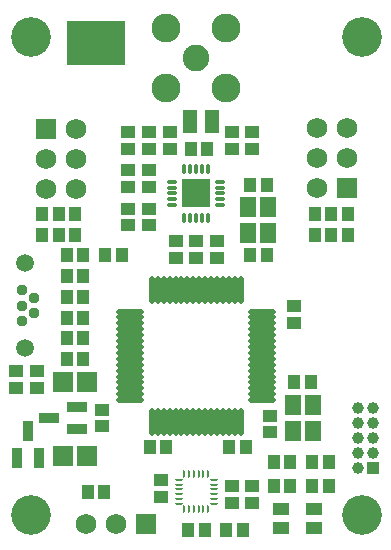
<source format=gts>
G04 Layer_Color=8388736*
%FSLAX24Y24*%
%MOIN*%
G70*
G01*
G75*
G04:AMPARAMS|DCode=24|XSize=24mil|YSize=9mil|CornerRadius=4.5mil|HoleSize=0mil|Usage=FLASHONLY|Rotation=270.000|XOffset=0mil|YOffset=0mil|HoleType=Round|Shape=RoundedRectangle|*
%AMROUNDEDRECTD24*
21,1,0.0240,0.0000,0,0,270.0*
21,1,0.0150,0.0090,0,0,270.0*
1,1,0.0090,0.0000,-0.0075*
1,1,0.0090,0.0000,0.0075*
1,1,0.0090,0.0000,0.0075*
1,1,0.0090,0.0000,-0.0075*
%
%ADD24ROUNDEDRECTD24*%
G04:AMPARAMS|DCode=25|XSize=24mil|YSize=9mil|CornerRadius=4.5mil|HoleSize=0mil|Usage=FLASHONLY|Rotation=180.000|XOffset=0mil|YOffset=0mil|HoleType=Round|Shape=RoundedRectangle|*
%AMROUNDEDRECTD25*
21,1,0.0240,0.0000,0,0,180.0*
21,1,0.0150,0.0090,0,0,180.0*
1,1,0.0090,-0.0075,0.0000*
1,1,0.0090,0.0075,0.0000*
1,1,0.0090,0.0075,0.0000*
1,1,0.0090,-0.0075,0.0000*
%
%ADD25ROUNDEDRECTD25*%
%ADD36C,0.0591*%
%ADD40C,0.0370*%
%ADD41C,0.0394*%
%ADD42R,0.0394X0.0394*%
%ADD51R,0.1950X0.1450*%
%ADD52R,0.0336X0.0671*%
%ADD53R,0.0671X0.0336*%
%ADD54R,0.0454X0.0415*%
%ADD55R,0.0415X0.0454*%
%ADD56R,0.0651X0.0691*%
%ADD57R,0.0572X0.0651*%
%ADD58R,0.0514X0.0258*%
%ADD59O,0.0119X0.0394*%
%ADD60O,0.0394X0.0119*%
%ADD61R,0.0926X0.0926*%
%ADD62O,0.0927X0.0218*%
%ADD63O,0.0218X0.0927*%
%ADD64R,0.0572X0.0415*%
%ADD65R,0.0691X0.0691*%
%ADD66C,0.0691*%
%ADD67R,0.0691X0.0691*%
%ADD68C,0.1320*%
%ADD69C,0.0966*%
%ADD70C,0.0887*%
D24*
X-394Y-3928D02*
D03*
X-236D02*
D03*
X-79D02*
D03*
X80D02*
D03*
X240D02*
D03*
X400D02*
D03*
Y-5118D02*
D03*
X240D02*
D03*
X80D02*
D03*
X-79D02*
D03*
X-236D02*
D03*
X-394D02*
D03*
D25*
X600Y-4128D02*
D03*
Y-4288D02*
D03*
Y-4448D02*
D03*
Y-4606D02*
D03*
Y-4764D02*
D03*
Y-4921D02*
D03*
X-591D02*
D03*
Y-4764D02*
D03*
Y-4606D02*
D03*
Y-4448D02*
D03*
Y-4288D02*
D03*
Y-4128D02*
D03*
D36*
X-5720Y266D02*
D03*
Y3081D02*
D03*
D40*
X-5807Y2185D02*
D03*
Y1673D02*
D03*
Y1161D02*
D03*
X-5413Y1417D02*
D03*
Y1929D02*
D03*
D41*
X5406Y-1740D02*
D03*
X5906D02*
D03*
X5406Y-2240D02*
D03*
X5906D02*
D03*
X5406Y-2740D02*
D03*
X5906D02*
D03*
X5406Y-3240D02*
D03*
X5906D02*
D03*
X5406Y-3740D02*
D03*
D42*
X5906D02*
D03*
D51*
X-3346Y10433D02*
D03*
D52*
X-5984Y-3415D02*
D03*
X-5236D02*
D03*
X-5610Y-2490D02*
D03*
D53*
X-3967Y-2441D02*
D03*
Y-1693D02*
D03*
X-4892Y-2067D02*
D03*
D54*
X-1181Y-4705D02*
D03*
Y-4154D02*
D03*
X2461Y-2539D02*
D03*
Y-1988D02*
D03*
X1870Y-4902D02*
D03*
Y-4350D02*
D03*
X1181Y-4350D02*
D03*
Y-4902D02*
D03*
X-3150Y-1791D02*
D03*
Y-2343D02*
D03*
X-5315Y-1063D02*
D03*
Y-512D02*
D03*
X-6004Y-1063D02*
D03*
Y-512D02*
D03*
X3248Y1654D02*
D03*
Y1102D02*
D03*
X-1575Y6181D02*
D03*
Y5630D02*
D03*
X-1575Y4350D02*
D03*
Y4902D02*
D03*
X689Y3268D02*
D03*
Y3819D02*
D03*
X0Y3268D02*
D03*
Y3819D02*
D03*
X1870Y7461D02*
D03*
Y6909D02*
D03*
X1181Y7461D02*
D03*
Y6909D02*
D03*
X-1575Y7461D02*
D03*
Y6909D02*
D03*
X-2264Y7461D02*
D03*
Y6909D02*
D03*
X-886D02*
D03*
Y7461D02*
D03*
X-689Y3819D02*
D03*
Y3268D02*
D03*
X-2264Y4350D02*
D03*
Y4902D02*
D03*
X-2264Y5630D02*
D03*
Y6181D02*
D03*
D55*
X276Y-5807D02*
D03*
X-276D02*
D03*
X-4311Y-98D02*
D03*
X-3760D02*
D03*
X1004Y-5807D02*
D03*
X1555D02*
D03*
X1102Y-3051D02*
D03*
X1654D02*
D03*
X3130Y-3543D02*
D03*
X2579D02*
D03*
X3130Y-4331D02*
D03*
X2579D02*
D03*
X4409D02*
D03*
X3858D02*
D03*
X4409Y-3543D02*
D03*
X3858D02*
D03*
X-1004Y-3051D02*
D03*
X-1555D02*
D03*
X-3760Y3346D02*
D03*
X-4311D02*
D03*
X-3760Y2667D02*
D03*
X-4311D02*
D03*
X-3760Y1978D02*
D03*
X-4311D02*
D03*
X-3760Y1270D02*
D03*
X-4311D02*
D03*
X-3760Y591D02*
D03*
X-4311D02*
D03*
X-3622Y-4528D02*
D03*
X-3071D02*
D03*
X2343Y5709D02*
D03*
X1791D02*
D03*
X1791Y3346D02*
D03*
X2343D02*
D03*
X3268Y-886D02*
D03*
X3819D02*
D03*
X-3031Y3346D02*
D03*
X-2480D02*
D03*
X374Y6890D02*
D03*
X-177D02*
D03*
X-5138Y4035D02*
D03*
X-4587Y4035D02*
D03*
X-4035D02*
D03*
X-5138Y4724D02*
D03*
X-4587Y4724D02*
D03*
X-4035D02*
D03*
X5059Y4035D02*
D03*
X4508Y4035D02*
D03*
X3957D02*
D03*
X5059Y4724D02*
D03*
X4508Y4724D02*
D03*
X3957D02*
D03*
D56*
X-3642Y-3346D02*
D03*
X-4429D02*
D03*
X-4429Y-886D02*
D03*
X-3642D02*
D03*
D57*
X3878Y-2500D02*
D03*
Y-1634D02*
D03*
X3209D02*
D03*
Y-2500D02*
D03*
X1732Y4094D02*
D03*
Y4961D02*
D03*
X2402D02*
D03*
Y4094D02*
D03*
D58*
X-197Y8071D02*
D03*
Y7815D02*
D03*
Y7559D02*
D03*
X512D02*
D03*
Y7815D02*
D03*
Y8071D02*
D03*
D59*
X-394Y4606D02*
D03*
X-197D02*
D03*
X0D02*
D03*
X197D02*
D03*
X394D02*
D03*
Y6220D02*
D03*
X197D02*
D03*
X0D02*
D03*
X-197D02*
D03*
X-394D02*
D03*
D60*
X807Y5020D02*
D03*
Y5217D02*
D03*
Y5413D02*
D03*
Y5610D02*
D03*
Y5807D02*
D03*
X-807D02*
D03*
Y5610D02*
D03*
Y5413D02*
D03*
Y5217D02*
D03*
Y5020D02*
D03*
D61*
X0Y5413D02*
D03*
D62*
X-2205Y492D02*
D03*
Y689D02*
D03*
X2205Y1476D02*
D03*
Y1280D02*
D03*
Y1083D02*
D03*
Y886D02*
D03*
Y689D02*
D03*
Y492D02*
D03*
Y295D02*
D03*
Y98D02*
D03*
Y-98D02*
D03*
Y-295D02*
D03*
Y-492D02*
D03*
Y-689D02*
D03*
Y-886D02*
D03*
Y-1083D02*
D03*
Y-1280D02*
D03*
Y-1476D02*
D03*
X-2205D02*
D03*
Y-1280D02*
D03*
Y-1083D02*
D03*
Y-886D02*
D03*
Y-689D02*
D03*
Y-492D02*
D03*
Y-295D02*
D03*
Y-98D02*
D03*
Y98D02*
D03*
Y295D02*
D03*
Y886D02*
D03*
Y1083D02*
D03*
Y1280D02*
D03*
Y1476D02*
D03*
D63*
X-1476Y2205D02*
D03*
X-1280D02*
D03*
X-1083D02*
D03*
X-886D02*
D03*
X-689D02*
D03*
X-492D02*
D03*
X-295D02*
D03*
X-98D02*
D03*
X98D02*
D03*
X295D02*
D03*
X492D02*
D03*
X689D02*
D03*
X886D02*
D03*
X1083D02*
D03*
X1280D02*
D03*
X1476D02*
D03*
Y-2205D02*
D03*
X1280D02*
D03*
X1083D02*
D03*
X886D02*
D03*
X689D02*
D03*
X492D02*
D03*
X295D02*
D03*
X98D02*
D03*
X-98D02*
D03*
X-295D02*
D03*
X-492D02*
D03*
X-689D02*
D03*
X-886D02*
D03*
X-1083D02*
D03*
X-1280D02*
D03*
X-1476D02*
D03*
D64*
X2835Y-5728D02*
D03*
Y-5098D02*
D03*
X3937D02*
D03*
Y-5728D02*
D03*
D65*
X5020Y5610D02*
D03*
X-5020Y7579D02*
D03*
D66*
X4020Y5610D02*
D03*
X5020Y6610D02*
D03*
X4020D02*
D03*
X5020Y7610D02*
D03*
X4020D02*
D03*
X-2673Y-5610D02*
D03*
X-3673D02*
D03*
X-4020Y7579D02*
D03*
X-5020Y6579D02*
D03*
X-4020D02*
D03*
X-5020Y5579D02*
D03*
X-4020D02*
D03*
D67*
X-1673Y-5610D02*
D03*
D68*
X5512Y-5315D02*
D03*
X-5512D02*
D03*
Y10630D02*
D03*
X5512D02*
D03*
D69*
X-1000Y8941D02*
D03*
X1000D02*
D03*
Y10941D02*
D03*
X-1000D02*
D03*
D70*
X0Y9941D02*
D03*
M02*

</source>
